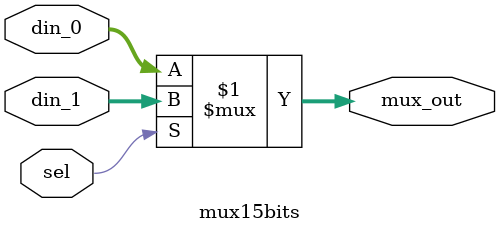
<source format=v>
module mux15bits(
din_0      , // Mux first input
din_1      , // Mux second input
sel        , // Select input
mux_out      // Mux output
);

input [14:0] din_0, din_1;
input sel;

output [14:0] mux_out;

wire [14:0] mux_out;

assign mux_out = (sel) ? din_1 : din_0;

endmodule
</source>
